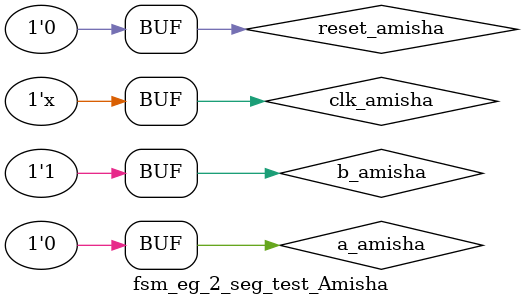
<source format=v>
`timescale 1ns / 1ps


module fsm_eg_2_seg_test_Amisha;
	// Inputs
	reg clk_amisha;
	reg reset_amisha;
	reg a_amisha;
	reg b_amisha;
	// Outputs
	wire y0_amisha;
	wire y1_amisha;
	// Instantiate the Unit Under Test (UUT)
	fsm_eg_2_seg_Amisha uut (
		.clk_amisha(clk_amisha), 
		.reset_amisha(reset_amisha), 
		.a_amisha(a_amisha), 
		.b_amisha(b_amisha), 
		.y0_amisha(y0_amisha), 
		.y1_amisha(y1_amisha)
	);
	initial begin
		clk_amisha = 1;
		reset_amisha = 1;
		a_amisha = 0;
		b_amisha = 0;
		#100;
		reset_amisha = 0;
		a_amisha = 0;
		b_amisha = 0;
		#100;
		a_amisha = 1;
		b_amisha = 0;
		#100;
		a_amisha = 1;
		b_amisha = 1;
		#100;
		a_amisha = 0;
		b_amisha = 1;
		#100;
	end
always #50 clk_amisha = ~clk_amisha;          
endmodule


</source>
